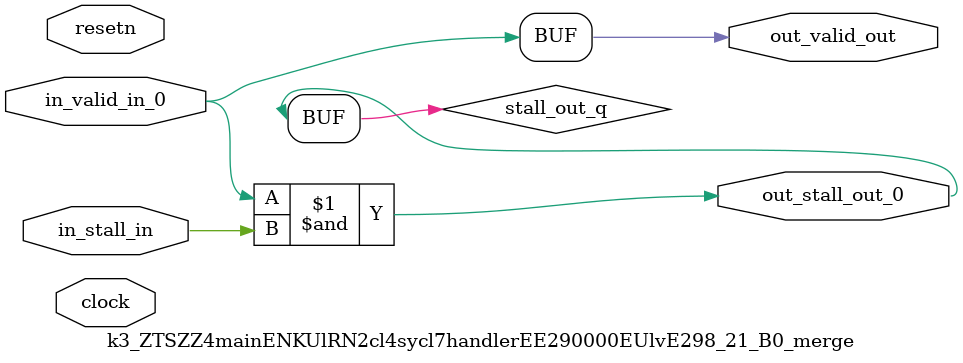
<source format=sv>



(* altera_attribute = "-name AUTO_SHIFT_REGISTER_RECOGNITION OFF; -name MESSAGE_DISABLE 10036; -name MESSAGE_DISABLE 10037; -name MESSAGE_DISABLE 14130; -name MESSAGE_DISABLE 14320; -name MESSAGE_DISABLE 15400; -name MESSAGE_DISABLE 14130; -name MESSAGE_DISABLE 10036; -name MESSAGE_DISABLE 12020; -name MESSAGE_DISABLE 12030; -name MESSAGE_DISABLE 12010; -name MESSAGE_DISABLE 12110; -name MESSAGE_DISABLE 14320; -name MESSAGE_DISABLE 13410; -name MESSAGE_DISABLE 113007; -name MESSAGE_DISABLE 10958" *)
module k3_ZTSZZ4mainENKUlRN2cl4sycl7handlerEE290000EUlvE298_21_B0_merge (
    input wire [0:0] in_stall_in,
    input wire [0:0] in_valid_in_0,
    output wire [0:0] out_stall_out_0,
    output wire [0:0] out_valid_out,
    input wire clock,
    input wire resetn
    );

    wire [0:0] stall_out_q;


    // stall_out(LOGICAL,6)
    assign stall_out_q = in_valid_in_0 & in_stall_in;

    // out_stall_out_0(GPOUT,4)
    assign out_stall_out_0 = stall_out_q;

    // out_valid_out(GPOUT,5)
    assign out_valid_out = in_valid_in_0;

endmodule

</source>
